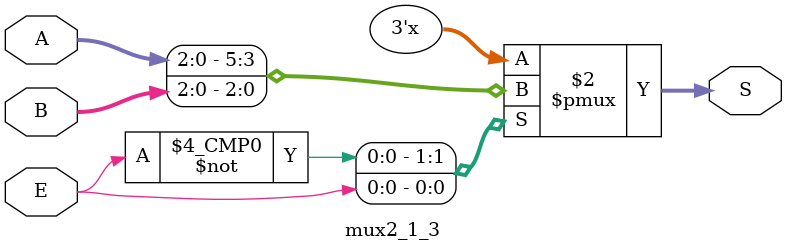
<source format=sv>
module mux2_1_3(input logic[2:0] A,
	   input logic [2:0] B,
	   input logic E,
	   output logic [2:0] S 
	   );
	always_comb	
	begin
   case(E)
	1'b0	:	S = A;
	1'b1	:	S = B;
	endcase
   end
endmodule
</source>
